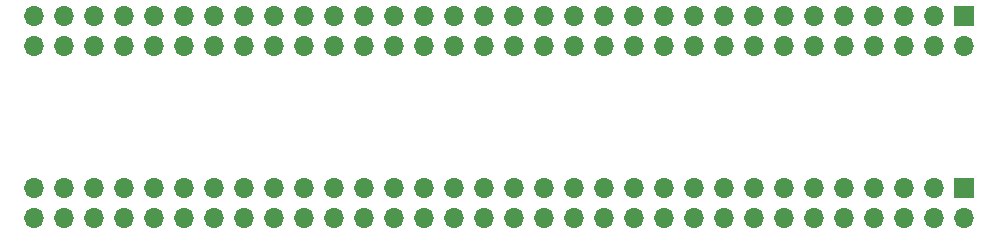
<source format=gbr>
%TF.GenerationSoftware,KiCad,Pcbnew,7.0.1*%
%TF.CreationDate,2023-09-10T19:43:46+01:00*%
%TF.ProjectId,Bridge,42726964-6765-42e6-9b69-6361645f7063,rev?*%
%TF.SameCoordinates,Original*%
%TF.FileFunction,Soldermask,Top*%
%TF.FilePolarity,Negative*%
%FSLAX46Y46*%
G04 Gerber Fmt 4.6, Leading zero omitted, Abs format (unit mm)*
G04 Created by KiCad (PCBNEW 7.0.1) date 2023-09-10 19:43:46*
%MOMM*%
%LPD*%
G01*
G04 APERTURE LIST*
%ADD10R,1.700000X1.700000*%
%ADD11O,1.700000X1.700000*%
G04 APERTURE END LIST*
D10*
%TO.C,J2*%
X143510000Y-57785000D03*
D11*
X143510000Y-60325000D03*
X140970000Y-57785000D03*
X140970000Y-60325000D03*
X138430000Y-57785000D03*
X138430000Y-60325000D03*
X135890000Y-57785000D03*
X135890000Y-60325000D03*
X133350000Y-57785000D03*
X133350000Y-60325000D03*
X130810000Y-57785000D03*
X130810000Y-60325000D03*
X128270000Y-57785000D03*
X128270000Y-60325000D03*
X125730000Y-57785000D03*
X125730000Y-60325000D03*
X123190000Y-57785000D03*
X123190000Y-60325000D03*
X120650000Y-57785000D03*
X120650000Y-60325000D03*
X118110000Y-57785000D03*
X118110000Y-60325000D03*
X115570000Y-57785000D03*
X115570000Y-60325000D03*
X113030000Y-57785000D03*
X113030000Y-60325000D03*
X110490000Y-57785000D03*
X110490000Y-60325000D03*
X107950000Y-57785000D03*
X107950000Y-60325000D03*
X105410000Y-57785000D03*
X105410000Y-60325000D03*
X102870000Y-57785000D03*
X102870000Y-60325000D03*
X100330000Y-57785000D03*
X100330000Y-60325000D03*
X97790000Y-57785000D03*
X97790000Y-60325000D03*
X95250000Y-57785000D03*
X95250000Y-60325000D03*
X92710000Y-57785000D03*
X92710000Y-60325000D03*
X90170000Y-57785000D03*
X90170000Y-60325000D03*
X87630000Y-57785000D03*
X87630000Y-60325000D03*
X85090000Y-57785000D03*
X85090000Y-60325000D03*
X82550000Y-57785000D03*
X82550000Y-60325000D03*
X80010000Y-57785000D03*
X80010000Y-60325000D03*
X77470000Y-57785000D03*
X77470000Y-60325000D03*
X74930000Y-57785000D03*
X74930000Y-60325000D03*
X72390000Y-57785000D03*
X72390000Y-60325000D03*
X69850000Y-57785000D03*
X69850000Y-60325000D03*
X67310000Y-57785000D03*
X67310000Y-60325000D03*
X64770000Y-57785000D03*
X64770000Y-60325000D03*
%TD*%
D10*
%TO.C,J1*%
X143510000Y-43180000D03*
D11*
X143510000Y-45720000D03*
X140970000Y-43180000D03*
X140970000Y-45720000D03*
X138430000Y-43180000D03*
X138430000Y-45720000D03*
X135890000Y-43180000D03*
X135890000Y-45720000D03*
X133350000Y-43180000D03*
X133350000Y-45720000D03*
X130810000Y-43180000D03*
X130810000Y-45720000D03*
X128270000Y-43180000D03*
X128270000Y-45720000D03*
X125730000Y-43180000D03*
X125730000Y-45720000D03*
X123190000Y-43180000D03*
X123190000Y-45720000D03*
X120650000Y-43180000D03*
X120650000Y-45720000D03*
X118110000Y-43180000D03*
X118110000Y-45720000D03*
X115570000Y-43180000D03*
X115570000Y-45720000D03*
X113030000Y-43180000D03*
X113030000Y-45720000D03*
X110490000Y-43180000D03*
X110490000Y-45720000D03*
X107950000Y-43180000D03*
X107950000Y-45720000D03*
X105410000Y-43180000D03*
X105410000Y-45720000D03*
X102870000Y-43180000D03*
X102870000Y-45720000D03*
X100330000Y-43180000D03*
X100330000Y-45720000D03*
X97790000Y-43180000D03*
X97790000Y-45720000D03*
X95250000Y-43180000D03*
X95250000Y-45720000D03*
X92710000Y-43180000D03*
X92710000Y-45720000D03*
X90170000Y-43180000D03*
X90170000Y-45720000D03*
X87630000Y-43180000D03*
X87630000Y-45720000D03*
X85090000Y-43180000D03*
X85090000Y-45720000D03*
X82550000Y-43180000D03*
X82550000Y-45720000D03*
X80010000Y-43180000D03*
X80010000Y-45720000D03*
X77470000Y-43180000D03*
X77470000Y-45720000D03*
X74930000Y-43180000D03*
X74930000Y-45720000D03*
X72390000Y-43180000D03*
X72390000Y-45720000D03*
X69850000Y-43180000D03*
X69850000Y-45720000D03*
X67310000Y-43180000D03*
X67310000Y-45720000D03*
X64770000Y-43180000D03*
X64770000Y-45720000D03*
%TD*%
M02*

</source>
